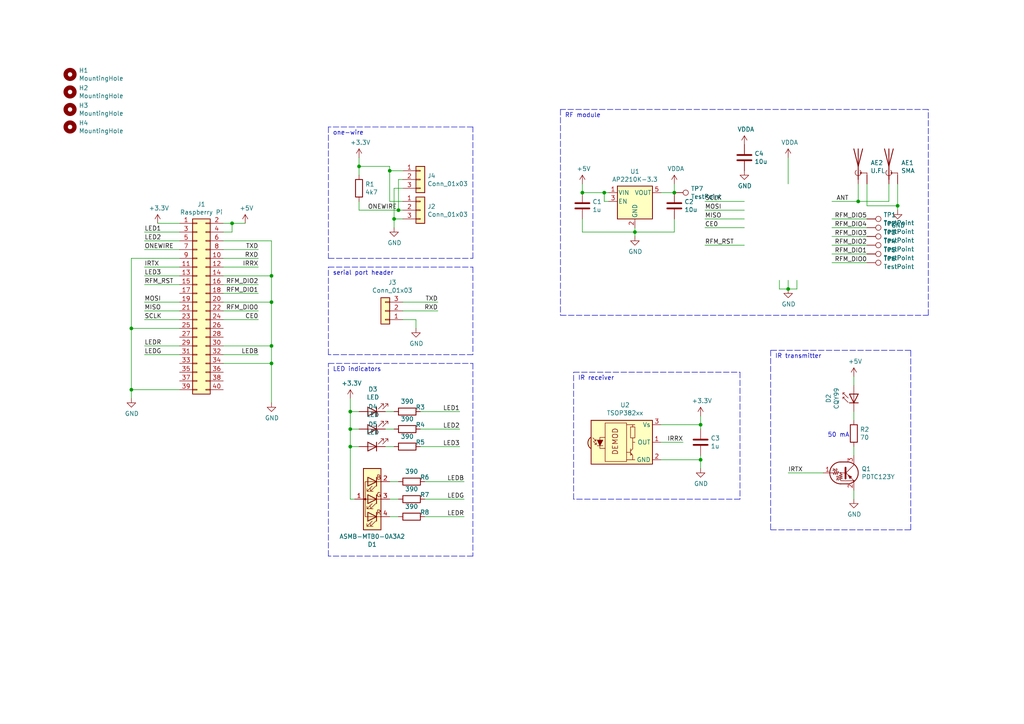
<source format=kicad_sch>
(kicad_sch (version 20211123) (generator eeschema)
  (paper "A4")
  (title_block (title "RPi0 room node"))
  (lib_symbols
    (symbol "Connector:TestPoint" (pin_numbers hide) (pin_names (offset 0.762) hide)
      (property "Reference" "TP" (at 0 6.858 0))
      (property "Value" "TestPoint" (at 0 5.08 0))
      (symbol "TestPoint_0_1"
        (circle (center 0 3.302) (radius 0.762))
      )
      (symbol "TestPoint_1_1"
        (pin passive line (at 0 0 90) (length 2.54) (name "1") (number "1"))
      )
    )
    (symbol "Connector_Generic:Conn_01x03" (pin_names (offset 1.016) hide)
      (property "Reference" "J" (at 0 5.08 0))
      (property "Value" "Conn_01x03" (at 0 -5.08 0))
      (symbol "Conn_01x03_1_1"
        (rectangle (start -1.27 -2.413) (end 0 -2.667) (stroke (width 0.1524)))
        (rectangle (start -1.27 0.127) (end 0 -0.127) (stroke (width 0.1524)))
        (rectangle (start -1.27 2.667) (end 0 2.413) (stroke (width 0.1524)))
        (rectangle (start -1.27 3.81) (end 1.27 -3.81) (stroke (width 0.254)) (fill (type background)))
        (pin passive line (at -5.08 2.54 0) (length 3.81) (name "Pin_1") (number "1"))
        (pin passive line (at -5.08 0 0) (length 3.81) (name "Pin_2") (number "2"))
        (pin passive line (at -5.08 -2.54 0) (length 3.81) (name "Pin_3") (number "3"))
      )
    )
    (symbol "Connector_Generic:Conn_02x20_Odd_Even" (pin_names (offset 1.016) hide)
      (property "Reference" "J" (at 1.27 25.4 0))
      (property "Value" "Conn_02x20_Odd_Even" (at 1.27 -27.94 0))
      (symbol "Conn_02x20_Odd_Even_1_1"
        (rectangle (start -1.27 -25.273) (end 0 -25.527) (stroke (width 0.1524)))
        (rectangle (start -1.27 -22.733) (end 0 -22.987) (stroke (width 0.1524)))
        (rectangle (start -1.27 -20.193) (end 0 -20.447) (stroke (width 0.1524)))
        (rectangle (start -1.27 -17.653) (end 0 -17.907) (stroke (width 0.1524)))
        (rectangle (start -1.27 -15.113) (end 0 -15.367) (stroke (width 0.1524)))
        (rectangle (start -1.27 -12.573) (end 0 -12.827) (stroke (width 0.1524)))
        (rectangle (start -1.27 -10.033) (end 0 -10.287) (stroke (width 0.1524)))
        (rectangle (start -1.27 -7.493) (end 0 -7.747) (stroke (width 0.1524)))
        (rectangle (start -1.27 -4.953) (end 0 -5.207) (stroke (width 0.1524)))
        (rectangle (start -1.27 -2.413) (end 0 -2.667) (stroke (width 0.1524)))
        (rectangle (start -1.27 0.127) (end 0 -0.127) (stroke (width 0.1524)))
        (rectangle (start -1.27 2.667) (end 0 2.413) (stroke (width 0.1524)))
        (rectangle (start -1.27 5.207) (end 0 4.953) (stroke (width 0.1524)))
        (rectangle (start -1.27 7.747) (end 0 7.493) (stroke (width 0.1524)))
        (rectangle (start -1.27 10.287) (end 0 10.033) (stroke (width 0.1524)))
        (rectangle (start -1.27 12.827) (end 0 12.573) (stroke (width 0.1524)))
        (rectangle (start -1.27 15.367) (end 0 15.113) (stroke (width 0.1524)))
        (rectangle (start -1.27 17.907) (end 0 17.653) (stroke (width 0.1524)))
        (rectangle (start -1.27 20.447) (end 0 20.193) (stroke (width 0.1524)))
        (rectangle (start -1.27 22.987) (end 0 22.733) (stroke (width 0.1524)))
        (rectangle (start -1.27 24.13) (end 3.81 -26.67) (stroke (width 0.254)) (fill (type background)))
        (rectangle (start 3.81 -25.273) (end 2.54 -25.527) (stroke (width 0.1524)))
        (rectangle (start 3.81 -22.733) (end 2.54 -22.987) (stroke (width 0.1524)))
        (rectangle (start 3.81 -20.193) (end 2.54 -20.447) (stroke (width 0.1524)))
        (rectangle (start 3.81 -17.653) (end 2.54 -17.907) (stroke (width 0.1524)))
        (rectangle (start 3.81 -15.113) (end 2.54 -15.367) (stroke (width 0.1524)))
        (rectangle (start 3.81 -12.573) (end 2.54 -12.827) (stroke (width 0.1524)))
        (rectangle (start 3.81 -10.033) (end 2.54 -10.287) (stroke (width 0.1524)))
        (rectangle (start 3.81 -7.493) (end 2.54 -7.747) (stroke (width 0.1524)))
        (rectangle (start 3.81 -4.953) (end 2.54 -5.207) (stroke (width 0.1524)))
        (rectangle (start 3.81 -2.413) (end 2.54 -2.667) (stroke (width 0.1524)))
        (rectangle (start 3.81 0.127) (end 2.54 -0.127) (stroke (width 0.1524)))
        (rectangle (start 3.81 2.667) (end 2.54 2.413) (stroke (width 0.1524)))
        (rectangle (start 3.81 5.207) (end 2.54 4.953) (stroke (width 0.1524)))
        (rectangle (start 3.81 7.747) (end 2.54 7.493) (stroke (width 0.1524)))
        (rectangle (start 3.81 10.287) (end 2.54 10.033) (stroke (width 0.1524)))
        (rectangle (start 3.81 12.827) (end 2.54 12.573) (stroke (width 0.1524)))
        (rectangle (start 3.81 15.367) (end 2.54 15.113) (stroke (width 0.1524)))
        (rectangle (start 3.81 17.907) (end 2.54 17.653) (stroke (width 0.1524)))
        (rectangle (start 3.81 20.447) (end 2.54 20.193) (stroke (width 0.1524)))
        (rectangle (start 3.81 22.987) (end 2.54 22.733) (stroke (width 0.1524)))
        (pin passive line (at -5.08 22.86 0) (length 3.81) (name "Pin_1") (number "1"))
        (pin passive line (at 7.62 12.7 180) (length 3.81) (name "Pin_10") (number "10"))
        (pin passive line (at -5.08 10.16 0) (length 3.81) (name "Pin_11") (number "11"))
        (pin passive line (at 7.62 10.16 180) (length 3.81) (name "Pin_12") (number "12"))
        (pin passive line (at -5.08 7.62 0) (length 3.81) (name "Pin_13") (number "13"))
        (pin passive line (at 7.62 7.62 180) (length 3.81) (name "Pin_14") (number "14"))
        (pin passive line (at -5.08 5.08 0) (length 3.81) (name "Pin_15") (number "15"))
        (pin passive line (at 7.62 5.08 180) (length 3.81) (name "Pin_16") (number "16"))
        (pin passive line (at -5.08 2.54 0) (length 3.81) (name "Pin_17") (number "17"))
        (pin passive line (at 7.62 2.54 180) (length 3.81) (name "Pin_18") (number "18"))
        (pin passive line (at -5.08 0 0) (length 3.81) (name "Pin_19") (number "19"))
        (pin passive line (at 7.62 22.86 180) (length 3.81) (name "Pin_2") (number "2"))
        (pin passive line (at 7.62 0 180) (length 3.81) (name "Pin_20") (number "20"))
        (pin passive line (at -5.08 -2.54 0) (length 3.81) (name "Pin_21") (number "21"))
        (pin passive line (at 7.62 -2.54 180) (length 3.81) (name "Pin_22") (number "22"))
        (pin passive line (at -5.08 -5.08 0) (length 3.81) (name "Pin_23") (number "23"))
        (pin passive line (at 7.62 -5.08 180) (length 3.81) (name "Pin_24") (number "24"))
        (pin passive line (at -5.08 -7.62 0) (length 3.81) (name "Pin_25") (number "25"))
        (pin passive line (at 7.62 -7.62 180) (length 3.81) (name "Pin_26") (number "26"))
        (pin passive line (at -5.08 -10.16 0) (length 3.81) (name "Pin_27") (number "27"))
        (pin passive line (at 7.62 -10.16 180) (length 3.81) (name "Pin_28") (number "28"))
        (pin passive line (at -5.08 -12.7 0) (length 3.81) (name "Pin_29") (number "29"))
        (pin passive line (at -5.08 20.32 0) (length 3.81) (name "Pin_3") (number "3"))
        (pin passive line (at 7.62 -12.7 180) (length 3.81) (name "Pin_30") (number "30"))
        (pin passive line (at -5.08 -15.24 0) (length 3.81) (name "Pin_31") (number "31"))
        (pin passive line (at 7.62 -15.24 180) (length 3.81) (name "Pin_32") (number "32"))
        (pin passive line (at -5.08 -17.78 0) (length 3.81) (name "Pin_33") (number "33"))
        (pin passive line (at 7.62 -17.78 180) (length 3.81) (name "Pin_34") (number "34"))
        (pin passive line (at -5.08 -20.32 0) (length 3.81) (name "Pin_35") (number "35"))
        (pin passive line (at 7.62 -20.32 180) (length 3.81) (name "Pin_36") (number "36"))
        (pin passive line (at -5.08 -22.86 0) (length 3.81) (name "Pin_37") (number "37"))
        (pin passive line (at 7.62 -22.86 180) (length 3.81) (name "Pin_38") (number "38"))
        (pin passive line (at -5.08 -25.4 0) (length 3.81) (name "Pin_39") (number "39"))
        (pin passive line (at 7.62 20.32 180) (length 3.81) (name "Pin_4") (number "4"))
        (pin passive line (at 7.62 -25.4 180) (length 3.81) (name "Pin_40") (number "40"))
        (pin passive line (at -5.08 17.78 0) (length 3.81) (name "Pin_5") (number "5"))
        (pin passive line (at 7.62 17.78 180) (length 3.81) (name "Pin_6") (number "6"))
        (pin passive line (at -5.08 15.24 0) (length 3.81) (name "Pin_7") (number "7"))
        (pin passive line (at 7.62 15.24 180) (length 3.81) (name "Pin_8") (number "8"))
        (pin passive line (at -5.08 12.7 0) (length 3.81) (name "Pin_9") (number "9"))
      )
    )
    (symbol "Device:Antenna_Shield" (pin_numbers hide) (pin_names (offset 1.016) hide)
      (property "Reference" "AE" (at -1.905 4.445 0))
      (property "Value" "Antenna_Shield" (at -1.905 2.54 0))
      (symbol "Antenna_Shield_0_1"
        (arc (start -0.508 -1.143) (mid -0.8429 -2.1194) (end 0 -2.667))
        (arc (start 0 -2.667) (mid 0.7989 -2.1052) (end 0.508 -1.143))
        (polyline (pts (xy 0 -2.54) (xy 0 0)))
        (polyline (pts (xy 0 5.08) (xy 0 -3.81)) (stroke (width 0.254)))
        (polyline (pts (xy 0.762 -1.905) (xy 2.54 -1.905)))
        (polyline (pts (xy 2.54 -2.54) (xy 2.54 -1.905)))
        (polyline (pts (xy 1.27 5.08) (xy 0 0) (xy -1.27 5.08)) (stroke (width 0.254)))
        (circle (center 0.762 -1.905) (radius 0.1778) (fill (type outline)))
      )
      (symbol "Antenna_Shield_1_1"
        (pin input line (at 0 -5.08 90) (length 2.54) (name "A") (number "1"))
        (pin input line (at 2.54 -5.08 90) (length 2.54) (name "Shield") (number "2"))
      )
    )
    (symbol "Device:C" (pin_numbers hide) (pin_names (offset 0.254))
      (property "Reference" "C" (at 0.635 2.54 0))
      (property "Value" "C" (at 0.635 -2.54 0))
      (symbol "C_0_1"
        (polyline (pts (xy -2.032 -0.762) (xy 2.032 -0.762)) (stroke (width 0.508)))
        (polyline (pts (xy -2.032 0.762) (xy 2.032 0.762)) (stroke (width 0.508)))
      )
      (symbol "C_1_1"
        (pin passive line (at 0 3.81 270) (length 2.794) (name "~") (number "1"))
        (pin passive line (at 0 -3.81 90) (length 2.794) (name "~") (number "2"))
      )
    )
    (symbol "Device:LED" (pin_numbers hide) (pin_names (offset 1.016) hide)
      (property "Reference" "D" (at 0 2.54 0))
      (property "Value" "LED" (at 0 -2.54 0))
      (symbol "LED_0_1"
        (polyline (pts (xy -1.27 -1.27) (xy -1.27 1.27)) (stroke (width 0.254)))
        (polyline (pts (xy -1.27 0) (xy 1.27 0)))
        (polyline (pts (xy 1.27 -1.27) (xy 1.27 1.27) (xy -1.27 0) (xy 1.27 -1.27)) (stroke (width 0.254)))
        (polyline (pts (xy -3.048 -0.762) (xy -4.572 -2.286) (xy -3.81 -2.286) (xy -4.572 -2.286) (xy -4.572 -1.524)))
        (polyline (pts (xy -1.778 -0.762) (xy -3.302 -2.286) (xy -2.54 -2.286) (xy -3.302 -2.286) (xy -3.302 -1.524)))
      )
      (symbol "LED_1_1"
        (pin passive line (at -3.81 0 0) (length 2.54) (name "K") (number "1"))
        (pin passive line (at 3.81 0 180) (length 2.54) (name "A") (number "2"))
      )
    )
    (symbol "Device:R" (pin_numbers hide) (pin_names (offset 0))
      (property "Reference" "R" (at 2.032 0 90))
      (property "Value" "R" (at 0 0 90))
      (symbol "R_0_1"
        (rectangle (start -1.016 -2.54) (end 1.016 2.54) (stroke (width 0.254)))
      )
      (symbol "R_1_1"
        (pin passive line (at 0 3.81 270) (length 1.27) (name "~") (number "1"))
        (pin passive line (at 0 -3.81 90) (length 1.27) (name "~") (number "2"))
      )
    )
    (symbol "Interface_Optical:TSOP382xx"
      (property "Reference" "U" (at -10.16 7.62 0))
      (property "Value" "TSOP382xx" (at -10.16 -7.62 0))
      (symbol "TSOP382xx_0_0"
        (arc (start -10.287 1.397) (mid -11.0899 -0.1852) (end -10.287 -1.778) (stroke (width 0.254)) (fill (type background)))
        (polyline (pts (xy 1.905 -5.08) (xy 0.127 -5.08)))
        (polyline (pts (xy 1.905 5.08) (xy 0.127 5.08)))
        (text "DEMOD" (at -3.175 0.254 900) (effects (font (size 1.524 1.524))))
      )
      (symbol "TSOP382xx_0_1"
        (rectangle (start -6.096 5.588) (end 0.127 -5.588))
        (polyline (pts (xy -8.763 0.381) (xy -9.652 1.27)))
        (polyline (pts (xy -8.763 0.381) (xy -9.271 0.381)))
        (polyline (pts (xy -8.763 0.381) (xy -8.763 0.889)))
        (polyline (pts (xy -8.636 -0.635) (xy -9.525 0.254)))
        (polyline (pts (xy -8.636 -0.635) (xy -9.144 -0.635)))
        (polyline (pts (xy -8.636 -0.635) (xy -8.636 -0.127)))
        (polyline (pts (xy -8.382 -1.016) (xy -6.731 -1.016)))
        (polyline (pts (xy 1.27 -2.921) (xy 0.127 -2.921)))
        (polyline (pts (xy 1.27 -1.905) (xy 1.27 -3.81)))
        (polyline (pts (xy 1.397 -3.556) (xy 1.524 -3.556)))
        (polyline (pts (xy 1.651 -3.556) (xy 1.524 -3.556)))
        (polyline (pts (xy 1.651 -3.556) (xy 1.651 -3.302)))
        (polyline (pts (xy 1.905 0) (xy 1.905 1.27)))
        (polyline (pts (xy 1.905 4.445) (xy 1.905 5.08) (xy 2.54 5.08)))
        (polyline (pts (xy -8.382 0.635) (xy -6.731 0.635) (xy -7.62 -1.016) (xy -8.382 0.635)) (fill (type outline)))
        (polyline (pts (xy -6.096 1.397) (xy -7.62 1.397) (xy -7.62 -1.778) (xy -6.096 -1.778)))
        (polyline (pts (xy 1.27 -3.175) (xy 1.905 -3.81) (xy 1.905 -5.08) (xy 2.54 -5.08)))
        (polyline (pts (xy 1.27 -2.54) (xy 1.905 -1.905) (xy 1.905 0) (xy 2.54 0)))
        (rectangle (start 2.54 1.27) (end 1.27 4.445))
        (rectangle (start 7.62 6.35) (end -10.16 -6.35) (stroke (width 0.254)) (fill (type background)))
      )
      (symbol "TSOP382xx_1_1"
        (pin output line (at 10.16 0 180) (length 2.54) (name "OUT") (number "1"))
        (pin power_in line (at 10.16 -5.08 180) (length 2.54) (name "GND") (number "2"))
        (pin power_in line (at 10.16 5.08 180) (length 2.54) (name "Vs") (number "3"))
      )
    )
    (symbol "LED:ASMB-MTB0-0A3A2" (pin_names (offset 0) hide)
      (property "Reference" "D" (at 0 10.16 0))
      (property "Value" "ASMB-MTB0-0A3A2" (at 0 -10.16 0))
      (symbol "ASMB-MTB0-0A3A2_0_0"
        (text "B" (at -1.905 -6.35 0) (effects (font (size 1.27 1.27))))
        (text "G" (at -1.905 -1.27 0) (effects (font (size 1.27 1.27))))
        (text "R" (at -1.905 3.81 0) (effects (font (size 1.27 1.27))))
      )
      (symbol "ASMB-MTB0-0A3A2_0_1"
        (rectangle (start -2.54 -8.89) (end 2.54 8.89) (stroke (width 0.254)) (fill (type background)))
        (polyline (pts (xy -2.54 -5.08) (xy 1.27 -5.08)))
        (polyline (pts (xy -1.27 -3.81) (xy -1.27 -6.35)) (stroke (width 0.254)))
        (polyline (pts (xy -1.27 1.27) (xy -1.27 -1.27)) (stroke (width 0.254)))
        (polyline (pts (xy -1.27 6.35) (xy -1.27 3.81)) (stroke (width 0.254)))
        (polyline (pts (xy 1.27 5.08) (xy -2.54 5.08)))
        (polyline (pts (xy 2.54 0) (xy -2.54 0)))
        (polyline (pts (xy 1.27 -5.08) (xy 2.032 -5.08) (xy 2.032 5.08) (xy 1.27 5.08)))
        (polyline (pts (xy 1.27 -3.81) (xy 1.27 -6.35) (xy -1.27 -5.08) (xy 1.27 -3.81)) (stroke (width 0.254)))
        (polyline (pts (xy 1.27 1.27) (xy 1.27 -1.27) (xy -1.27 0) (xy 1.27 1.27)) (stroke (width 0.254)))
        (polyline (pts (xy 1.27 6.35) (xy 1.27 3.81) (xy -1.27 5.08) (xy 1.27 6.35)) (stroke (width 0.254)))
        (polyline (pts (xy -1.016 -3.81) (xy 0.508 -2.286) (xy -0.254 -2.286) (xy 0.508 -2.286) (xy 0.508 -3.048)))
        (polyline (pts (xy -1.016 1.27) (xy 0.508 2.794) (xy -0.254 2.794) (xy 0.508 2.794) (xy 0.508 2.032)))
        (polyline (pts (xy -1.016 6.35) (xy 0.508 7.874) (xy -0.254 7.874) (xy 0.508 7.874) (xy 0.508 7.112)))
        (polyline (pts (xy 0 -3.81) (xy 1.524 -2.286) (xy 0.762 -2.286) (xy 1.524 -2.286) (xy 1.524 -3.048)))
        (polyline (pts (xy 0 1.27) (xy 1.524 2.794) (xy 0.762 2.794) (xy 1.524 2.794) (xy 1.524 2.032)))
        (polyline (pts (xy 0 6.35) (xy 1.524 7.874) (xy 0.762 7.874) (xy 1.524 7.874) (xy 1.524 7.112)))
        (rectangle (start 1.27 6.35) (end 1.27 6.35))
        (circle (center 2.032 0) (radius 0.254) (fill (type outline)))
      )
      (symbol "ASMB-MTB0-0A3A2_1_1"
        (pin passive line (at 5.08 0 180) (length 2.54) (name "A") (number "1"))
        (pin passive line (at -5.08 -5.08 0) (length 2.54) (name "BK") (number "2"))
        (pin passive line (at -5.08 0 0) (length 2.54) (name "GK") (number "3"))
        (pin passive line (at -5.08 5.08 0) (length 2.54) (name "RK") (number "4"))
      )
    )
    (symbol "LED:CQY99" (pin_numbers hide) (pin_names (offset 1.016) hide)
      (property "Reference" "D" (at 0.508 1.778 0))
      (property "Value" "CQY99" (at -1.016 -2.794 0))
      (symbol "CQY99_0_1"
        (polyline (pts (xy -2.54 1.27) (xy -2.54 -1.27)) (stroke (width 0.254)))
        (polyline (pts (xy 0 0) (xy -2.54 0)))
        (polyline (pts (xy 0.381 3.175) (xy -0.127 3.175)))
        (polyline (pts (xy -1.143 1.651) (xy 0.381 3.175) (xy 0.381 2.667)))
        (polyline (pts (xy 0 -1.27) (xy -2.54 0) (xy 0 1.27) (xy 0 -1.27)) (stroke (width 0.254)))
        (polyline (pts (xy -2.413 1.651) (xy -0.889 3.175) (xy -0.889 2.667) (xy -0.889 3.175) (xy -1.397 3.175)))
      )
      (symbol "CQY99_1_1"
        (pin passive line (at -5.08 0 0) (length 2.54) (name "K") (number "1"))
        (pin passive line (at 2.54 0 180) (length 2.54) (name "A") (number "2"))
      )
    )
    (symbol "Mechanical:MountingHole" (pin_names (offset 1.016))
      (property "Reference" "H" (at 0 5.08 0))
      (property "Value" "MountingHole" (at 0 3.175 0))
      (symbol "MountingHole_0_1"
        (circle (center 0 0) (radius 1.27) (stroke (width 1.27)))
      )
    )
    (symbol "Regulator_Linear:AP2204K-3.3" (pin_names (offset 0.254))
      (property "Reference" "U" (at -5.08 5.715 0))
      (property "Value" "AP2204K-3.3" (at 0 5.715 0))
      (symbol "AP2204K-3.3_0_1"
        (rectangle (start -5.08 4.445) (end 5.08 -5.08) (stroke (width 0.254)) (fill (type background)))
      )
      (symbol "AP2204K-3.3_1_1"
        (pin power_in line (at -7.62 2.54 0) (length 2.54) (name "VIN") (number "1"))
        (pin power_in line (at 0 -7.62 90) (length 2.54) (name "GND") (number "2"))
        (pin input line (at -7.62 0 0) (length 2.54) (name "EN") (number "3"))
        (pin no_connect line (at 5.08 0 180) (length 2.54) hide (name "NC") (number "4"))
        (pin power_out line (at 7.62 2.54 180) (length 2.54) (name "VOUT") (number "5"))
      )
    )
    (symbol "Transistor_BJT:DTA123E" (pin_names (offset 0) hide)
      (property "Reference" "Q" (at 5.08 1.905 0))
      (property "Value" "DTA123E" (at 5.08 0 0))
      (symbol "DTA123E_0_0"
        (text "2k2" (at -2.921 0.889 0) (effects (font (size 0.508 0.508))))
        (text "2k2" (at -2.159 -1.524 900) (effects (font (size 0.508 0.508))))
      )
      (symbol "DTA123E_0_1"
        (circle (center -1.27 0) (radius 0.127))
        (arc (start -1.27 3.175) (mid -4.445 0) (end -1.27 -3.175) (stroke (width 0.254)))
        (polyline (pts (xy -3.429 0) (xy -3.81 0)))
        (polyline (pts (xy -1.27 -3.175) (xy 0.635 -3.175)) (stroke (width 0.254)))
        (polyline (pts (xy -1.27 3.175) (xy 0.635 3.175)) (stroke (width 0.254)))
        (polyline (pts (xy 0 -0.254) (xy 2.54 2.286)))
        (polyline (pts (xy 0.127 1.524) (xy 0.127 -1.651)) (stroke (width 0.508)) (fill (type outline)))
        (polyline (pts (xy 2.54 2.286) (xy 2.54 2.54)))
        (polyline (pts (xy 2.54 -2.286) (xy 0 0.254) (xy 0 0.254)))
        (polyline (pts (xy 1.397 -1.651) (xy 1.905 -1.143) (xy 0.889 -0.635) (xy 1.397 -1.651)) (fill (type outline)))
        (polyline (pts (xy 0 0) (xy -1.905 0) (xy -2.032 0.508) (xy -2.286 -0.508) (xy -2.54 0.508) (xy -2.794 -0.508) (xy -3.048 0.508) (xy -3.302 -0.508) (xy -3.429 0)))
        (polyline (pts (xy -1.27 0) (xy -1.27 -0.381) (xy -0.762 -0.508) (xy -1.778 -0.762) (xy -0.762 -1.016) (xy -1.778 -1.27) (xy -0.762 -1.524) (xy -1.778 -1.778) (xy -1.27 -1.905) (xy -1.27 -2.286) (xy 2.54 -2.286)))
        (arc (start 0.635 -3.175) (mid 3.81 0) (end 0.635 3.175) (stroke (width 0.254)))
        (circle (center 2.54 -2.286) (radius 0.127))
      )
      (symbol "DTA123E_1_1"
        (pin input line (at -6.35 0 0) (length 2.54) (name "B") (number "1"))
        (pin passive line (at 2.54 -5.08 90) (length 2.54) (name "E") (number "2"))
        (pin passive line (at 2.54 5.08 270) (length 2.54) (name "C") (number "3"))
      )
    )
    (symbol "power:+3.3V" (power) (pin_names (offset 0))
      (property "Value" "+3.3V" (at 0 3.556 0))
      (symbol "+3.3V_0_1"
        (polyline (pts (xy -0.762 1.27) (xy 0 2.54)))
        (polyline (pts (xy 0 0) (xy 0 2.54)))
        (polyline (pts (xy 0 2.54) (xy 0.762 1.27)))
      )
      (symbol "+3.3V_1_1"
        (pin power_in line (at 0 0 90) (length 0) hide (name "+3.3V") (number "1"))
      )
    )
    (symbol "power:+5V" (power) (pin_names (offset 0))
      (property "Value" "+5V" (at 0 3.556 0))
      (symbol "+5V_0_1"
        (polyline (pts (xy -0.762 1.27) (xy 0 2.54)))
        (polyline (pts (xy 0 0) (xy 0 2.54)))
        (polyline (pts (xy 0 2.54) (xy 0.762 1.27)))
      )
      (symbol "+5V_1_1"
        (pin power_in line (at 0 0 90) (length 0) hide (name "+5V") (number "1"))
      )
    )
    (symbol "power:GND" (power) (pin_names (offset 0))
      (property "Value" "GND" (at 0 -3.81 0))
      (symbol "GND_0_1"
        (polyline (pts (xy 0 0) (xy 0 -1.27) (xy 1.27 -1.27) (xy 0 -2.54) (xy -1.27 -1.27) (xy 0 -1.27)))
      )
      (symbol "GND_1_1"
        (pin power_in line (at 0 0 270) (length 0) hide (name "GND") (number "1"))
      )
    )
    (symbol "power:VDDA" (power) (pin_names (offset 0))
      (property "Value" "VDDA" (at 0 3.81 0))
      (symbol "VDDA_0_1"
        (polyline (pts (xy -0.762 1.27) (xy 0 2.54)))
        (polyline (pts (xy 0 0) (xy 0 2.54)))
        (polyline (pts (xy 0 2.54) (xy 0.762 1.27)))
      )
      (symbol "VDDA_1_1"
        (pin power_in line (at 0 0 90) (length 0) hide (name "VDDA") (number "1"))
      )
    )
  )
  (junction (at 78.74 100.33))
  (junction (at 101.6 119.38))
  (junction (at 38.1 95.25))
  (junction (at 78.74 87.63))
  (junction (at 175.26 55.88))
  (junction (at 184.15 67.31))
  (junction (at 260.35 59.69))
  (junction (at 38.1 113.03))
  (junction (at 101.6 124.46))
  (junction (at 115.57 60.96))
  (junction (at 114.3 63.5))
  (junction (at 228.6 83.82))
  (junction (at 195.58 55.88))
  (junction (at 248.92 58.42))
  (junction (at 67.31 64.77))
  (junction (at 104.14 48.26))
  (junction (at 203.2 123.19))
  (junction (at 78.74 80.01))
  (junction (at 113.03 49.53))
  (junction (at 78.74 105.41))
  (junction (at 203.2 133.35))
  (junction (at 101.6 129.54))
  (junction (at 168.91 55.88))
  (wire (pts (xy 104.14 48.26) (xy 104.14 45.72)))
  (polyline (pts (xy 137.16 105.41) (xy 137.16 161.29)))
  (wire (pts (xy 184.15 67.31) (xy 168.91 67.31)))
  (polyline (pts (xy 264.16 153.67) (xy 264.16 101.6)))
  (wire (pts (xy 52.07 67.31) (xy 41.91 67.31)))
  (polyline (pts (xy 137.16 102.87) (xy 95.25 102.87)))
  (wire (pts (xy 52.07 82.55) (xy 41.91 82.55)))
  (wire (pts (xy 251.46 53.34) (xy 251.46 59.69)))
  (wire (pts (xy 115.57 60.96) (xy 104.14 60.96)))
  (wire (pts (xy 116.84 92.71) (xy 120.65 92.71)))
  (wire (pts (xy 38.1 95.25) (xy 52.07 95.25)))
  (polyline (pts (xy 137.16 74.93) (xy 137.16 36.83)))
  (polyline (pts (xy 137.16 77.47) (xy 137.16 102.87)))
  (wire (pts (xy 241.3 71.12) (xy 251.46 71.12)))
  (polyline (pts (xy 137.16 36.83) (xy 95.25 36.83)))
  (wire (pts (xy 38.1 95.25) (xy 38.1 113.03)))
  (wire (pts (xy 257.81 58.42) (xy 257.81 53.34)))
  (wire (pts (xy 64.77 92.71) (xy 74.93 92.71)))
  (wire (pts (xy 116.84 63.5) (xy 114.3 63.5)))
  (wire (pts (xy 101.6 124.46) (xy 101.6 129.54)))
  (wire (pts (xy 204.47 60.96) (xy 215.9 60.96)))
  (wire (pts (xy 64.77 69.85) (xy 78.74 69.85)))
  (wire (pts (xy 114.3 63.5) (xy 114.3 66.04)))
  (wire (pts (xy 248.92 58.42) (xy 248.92 53.34)))
  (wire (pts (xy 175.26 58.42) (xy 175.26 55.88)))
  (wire (pts (xy 52.07 102.87) (xy 41.91 102.87)))
  (wire (pts (xy 184.15 66.04) (xy 184.15 67.31)))
  (polyline (pts (xy 269.24 31.75) (xy 162.56 31.75)))
  (wire (pts (xy 191.77 123.19) (xy 203.2 123.19)))
  (wire (pts (xy 184.15 67.31) (xy 184.15 68.58)))
  (wire (pts (xy 123.19 144.78) (xy 134.62 144.78)))
  (wire (pts (xy 114.3 54.61) (xy 114.3 63.5)))
  (wire (pts (xy 67.31 67.31) (xy 67.31 64.77)))
  (wire (pts (xy 260.35 53.34) (xy 260.35 59.69)))
  (wire (pts (xy 64.77 100.33) (xy 78.74 100.33)))
  (polyline (pts (xy 162.56 91.44) (xy 269.24 91.44)))
  (wire (pts (xy 247.65 129.54) (xy 247.65 132.08)))
  (wire (pts (xy 114.3 119.38) (xy 111.76 119.38)))
  (wire (pts (xy 120.65 92.71) (xy 120.65 95.25)))
  (wire (pts (xy 38.1 113.03) (xy 52.07 113.03)))
  (polyline (pts (xy 223.52 101.6) (xy 223.52 153.67)))
  (polyline (pts (xy 166.37 107.95) (xy 214.63 107.95)))
  (wire (pts (xy 52.07 69.85) (xy 41.91 69.85)))
  (wire (pts (xy 113.03 58.42) (xy 113.03 49.53)))
  (polyline (pts (xy 214.63 144.78) (xy 166.37 144.78)))
  (polyline (pts (xy 95.25 105.41) (xy 137.16 105.41)))
  (wire (pts (xy 64.77 74.93) (xy 74.93 74.93)))
  (wire (pts (xy 228.6 81.28) (xy 228.6 83.82)))
  (wire (pts (xy 191.77 128.27) (xy 198.12 128.27)))
  (wire (pts (xy 191.77 55.88) (xy 195.58 55.88)))
  (wire (pts (xy 195.58 63.5) (xy 195.58 67.31)))
  (wire (pts (xy 113.03 149.86) (xy 115.57 149.86)))
  (wire (pts (xy 116.84 58.42) (xy 113.03 58.42)))
  (wire (pts (xy 168.91 55.88) (xy 168.91 53.34)))
  (wire (pts (xy 64.77 90.17) (xy 74.93 90.17)))
  (wire (pts (xy 226.06 81.28) (xy 226.06 83.82)))
  (wire (pts (xy 115.57 139.7) (xy 113.03 139.7)))
  (wire (pts (xy 241.3 66.04) (xy 251.46 66.04)))
  (wire (pts (xy 247.65 119.38) (xy 247.65 121.92)))
  (polyline (pts (xy 95.25 36.83) (xy 95.25 74.93)))
  (wire (pts (xy 123.19 139.7) (xy 134.62 139.7)))
  (wire (pts (xy 191.77 133.35) (xy 203.2 133.35)))
  (wire (pts (xy 241.3 68.58) (xy 251.46 68.58)))
  (wire (pts (xy 241.3 76.2) (xy 251.46 76.2)))
  (wire (pts (xy 38.1 113.03) (xy 38.1 115.57)))
  (wire (pts (xy 104.14 48.26) (xy 104.14 50.8)))
  (wire (pts (xy 116.84 60.96) (xy 115.57 60.96)))
  (wire (pts (xy 175.26 55.88) (xy 168.91 55.88)))
  (wire (pts (xy 64.77 67.31) (xy 67.31 67.31)))
  (polyline (pts (xy 95.25 74.93) (xy 137.16 74.93)))
  (wire (pts (xy 238.76 137.16) (xy 228.6 137.16)))
  (wire (pts (xy 203.2 123.19) (xy 203.2 120.65)))
  (wire (pts (xy 228.6 83.82) (xy 231.14 83.82)))
  (wire (pts (xy 52.07 87.63) (xy 41.91 87.63)))
  (polyline (pts (xy 95.25 102.87) (xy 95.25 77.47)))
  (wire (pts (xy 64.77 105.41) (xy 78.74 105.41)))
  (wire (pts (xy 38.1 74.93) (xy 38.1 95.25)))
  (wire (pts (xy 101.6 119.38) (xy 104.14 119.38)))
  (wire (pts (xy 115.57 60.96) (xy 115.57 52.07)))
  (wire (pts (xy 241.3 63.5) (xy 251.46 63.5)))
  (wire (pts (xy 113.03 144.78) (xy 115.57 144.78)))
  (wire (pts (xy 241.3 73.66) (xy 251.46 73.66)))
  (wire (pts (xy 52.07 72.39) (xy 41.91 72.39)))
  (wire (pts (xy 168.91 67.31) (xy 168.91 63.5)))
  (wire (pts (xy 78.74 69.85) (xy 78.74 80.01)))
  (polyline (pts (xy 137.16 161.29) (xy 95.25 161.29)))
  (polyline (pts (xy 223.52 153.67) (xy 264.16 153.67)))
  (wire (pts (xy 203.2 133.35) (xy 203.2 135.89)))
  (wire (pts (xy 101.6 115.57) (xy 101.6 119.38)))
  (wire (pts (xy 116.84 49.53) (xy 113.03 49.53)))
  (wire (pts (xy 45.72 64.77) (xy 52.07 64.77)))
  (wire (pts (xy 52.07 100.33) (xy 41.91 100.33)))
  (wire (pts (xy 121.92 129.54) (xy 133.35 129.54)))
  (wire (pts (xy 64.77 102.87) (xy 74.93 102.87)))
  (wire (pts (xy 78.74 80.01) (xy 78.74 87.63)))
  (wire (pts (xy 113.03 49.53) (xy 113.03 48.26)))
  (wire (pts (xy 111.76 129.54) (xy 114.3 129.54)))
  (polyline (pts (xy 95.25 77.47) (xy 137.16 77.47)))
  (wire (pts (xy 260.35 59.69) (xy 260.35 60.96)))
  (wire (pts (xy 67.31 64.77) (xy 64.77 64.77)))
  (wire (pts (xy 247.65 142.24) (xy 247.65 144.78)))
  (wire (pts (xy 64.77 77.47) (xy 74.93 77.47)))
  (wire (pts (xy 204.47 63.5) (xy 215.9 63.5)))
  (wire (pts (xy 247.65 109.22) (xy 247.65 111.76)))
  (wire (pts (xy 52.07 77.47) (xy 41.91 77.47)))
  (wire (pts (xy 78.74 87.63) (xy 78.74 100.33)))
  (wire (pts (xy 260.35 59.69) (xy 251.46 59.69)))
  (wire (pts (xy 176.53 58.42) (xy 175.26 58.42)))
  (wire (pts (xy 101.6 124.46) (xy 104.14 124.46)))
  (wire (pts (xy 52.07 90.17) (xy 41.91 90.17)))
  (polyline (pts (xy 214.63 107.95) (xy 214.63 144.78)))
  (wire (pts (xy 116.84 87.63) (xy 127 87.63)))
  (wire (pts (xy 231.14 83.82) (xy 231.14 81.28)))
  (wire (pts (xy 228.6 45.72) (xy 228.6 53.34)))
  (polyline (pts (xy 95.25 161.29) (xy 95.25 105.41)))
  (wire (pts (xy 101.6 129.54) (xy 104.14 129.54)))
  (wire (pts (xy 78.74 105.41) (xy 78.74 100.33)))
  (wire (pts (xy 195.58 53.34) (xy 195.58 55.88)))
  (wire (pts (xy 195.58 67.31) (xy 184.15 67.31)))
  (wire (pts (xy 203.2 133.35) (xy 203.2 132.08)))
  (wire (pts (xy 204.47 58.42) (xy 215.9 58.42)))
  (wire (pts (xy 38.1 74.93) (xy 52.07 74.93)))
  (wire (pts (xy 64.77 80.01) (xy 78.74 80.01)))
  (wire (pts (xy 123.19 149.86) (xy 134.62 149.86)))
  (polyline (pts (xy 269.24 91.44) (xy 269.24 31.75)))
  (wire (pts (xy 116.84 90.17) (xy 127 90.17)))
  (wire (pts (xy 111.76 124.46) (xy 114.3 124.46)))
  (wire (pts (xy 104.14 58.42) (xy 104.14 60.96)))
  (polyline (pts (xy 166.37 144.78) (xy 166.37 107.95)))
  (wire (pts (xy 241.3 58.42) (xy 248.92 58.42)))
  (wire (pts (xy 64.77 72.39) (xy 74.93 72.39)))
  (polyline (pts (xy 162.56 31.75) (xy 162.56 91.44)))
  (wire (pts (xy 101.6 129.54) (xy 101.6 144.78)))
  (wire (pts (xy 74.93 82.55) (xy 64.77 82.55)))
  (wire (pts (xy 64.77 87.63) (xy 78.74 87.63)))
  (wire (pts (xy 215.9 71.12) (xy 204.47 71.12)))
  (wire (pts (xy 101.6 144.78) (xy 102.87 144.78)))
  (wire (pts (xy 116.84 54.61) (xy 114.3 54.61)))
  (wire (pts (xy 67.31 64.77) (xy 71.12 64.77)))
  (wire (pts (xy 78.74 105.41) (xy 78.74 116.84)))
  (wire (pts (xy 113.03 48.26) (xy 104.14 48.26)))
  (wire (pts (xy 64.77 85.09) (xy 74.93 85.09)))
  (wire (pts (xy 176.53 55.88) (xy 175.26 55.88)))
  (wire (pts (xy 203.2 123.19) (xy 203.2 124.46)))
  (wire (pts (xy 204.47 66.04) (xy 215.9 66.04)))
  (wire (pts (xy 121.92 124.46) (xy 133.35 124.46)))
  (wire (pts (xy 101.6 119.38) (xy 101.6 124.46)))
  (wire (pts (xy 121.92 119.38) (xy 133.35 119.38)))
  (wire (pts (xy 248.92 58.42) (xy 257.81 58.42)))
  (wire (pts (xy 52.07 80.01) (xy 41.91 80.01)))
  (wire (pts (xy 52.07 92.71) (xy 41.91 92.71)))
  (wire (pts (xy 226.06 83.82) (xy 228.6 83.82)))
  (wire (pts (xy 115.57 52.07) (xy 116.84 52.07)))
  (polyline (pts (xy 264.16 101.6) (xy 223.52 101.6)))
  (text "IR transmitter" (at 224.79 104.14 0) (effects (font (size 1.27 1.27)) (justify left bottom)))
  (text "IR receiver" (at 167.64 110.49 0) (effects (font (size 1.27 1.27)) (justify left bottom)))
  (text "50 mA" (at 240.03 127 0) (effects (font (size 1.27 1.27)) (justify left bottom)))
  (text "RF module" (at 163.83 34.29 0) (effects (font (size 1.27 1.27)) (justify left bottom)))
  (text "serial port header" (at 96.52 80.01 0) (effects (font (size 1.27 1.27)) (justify left bottom)))
  (text "one-wire" (at 96.52 39.37 0) (effects (font (size 1.27 1.27)) (justify left bottom)))
  (text "LED indicators" (at 96.52 107.95 0) (effects (font (size 1.27 1.27)) (justify left bottom)))
  (label "RXD" (at 127 90.17 180))
  (label "CE0" (at 204.47 66.04 0))
  (label "LEDB" (at 134.62 139.7 180))
  (label "IRTX" (at 228.6 137.16 0))
  (label "ONEWIRE" (at 41.91 72.39 0))
  (label "RFM_RST" (at 204.47 71.12 0))
  (label "MOSI" (at 204.47 60.96 0))
  (label "RFM_DIO4" (at 251.46 66.04 180))
  (label "MOSI" (at 41.91 87.63 0))
  (label "RFM_RST" (at 41.91 82.55 0))
  (label "IRTX" (at 41.91 77.47 0))
  (label "RFM_DIO1" (at 251.46 73.66 180))
  (label "ONEWIRE" (at 106.68 60.96 0))
  (label "IRRX" (at 198.12 128.27 180))
  (label "MISO" (at 204.47 63.5 0))
  (label "LEDG" (at 41.91 102.87 0))
  (label "TXD" (at 127 87.63 180))
  (label "SCLK" (at 204.47 58.42 0))
  (label "CE0" (at 74.93 92.71 180))
  (label "IRRX" (at 74.93 77.47 180))
  (label "LEDR" (at 41.91 100.33 0))
  (label "LED2" (at 133.35 124.46 180))
  (label "SCLK" (at 41.91 92.71 0))
  (label "RFM_DIO5" (at 251.46 63.5 180))
  (label "LED2" (at 41.91 69.85 0))
  (label "LED3" (at 41.91 80.01 0))
  (label "ANT" (at 242.57 58.42 0))
  (label "LED1" (at 41.91 67.31 0))
  (label "RFM_DIO2" (at 251.46 71.12 180))
  (label "TXD" (at 74.93 72.39 180))
  (label "RFM_DIO0" (at 74.93 90.17 180))
  (label "MISO" (at 41.91 90.17 0))
  (label "RFM_DIO3" (at 251.46 68.58 180))
  (label "RFM_DIO2" (at 74.93 82.55 180))
  (label "RXD" (at 74.93 74.93 180))
  (label "LEDR" (at 134.62 149.86 180))
  (label "RFM_DIO1" (at 74.93 85.09 180))
  (label "LEDB" (at 74.93 102.87 180))
  (label "LEDG" (at 134.62 144.78 180))
  (label "LED3" (at 133.35 129.54 180))
  (label "LED1" (at 133.35 119.38 180))
  (label "RFM_DIO0" (at 251.46 76.2 180))
  (symbol (lib_id "power:GND") (at 38.1 115.57 0) (unit 1)
    (property "Reference" "#PWR01" (effects hide))
    (property "Value" "GND" (at 38.227 119.9642 0))
  )
  (symbol (lib_id "power:GND") (at 78.74 116.84 0) (unit 1)
    (property "Reference" "#PWR04" (effects hide))
    (property "Value" "GND" (at 78.867 121.2342 0))
  )
  (symbol (lib_id "power:+5V") (at 71.12 64.77 0) (unit 1)
    (property "Reference" "#PWR03" (effects hide))
    (property "Value" "+5V" (at 71.501 60.3758 0))
  )
  (symbol (lib_id "power:+3.3V") (at 45.72 64.77 0) (unit 1)
    (property "Reference" "#PWR02" (effects hide))
    (property "Value" "+3.3V" (at 46.101 60.3758 0))
  )
  (symbol (lib_id "power:GND") (at 247.65 144.78 0) (unit 1)
    (property "Reference" "#PWR016" (effects hide))
    (property "Value" "GND" (at 247.777 149.1742 0))
  )
  (symbol (lib_id "Device:R") (at 247.65 125.73 0) (unit 1)
    (property "Reference" "R2" (at 249.428 124.5616 0) (effects (justify left)))
    (property "Value" "70" (at 249.428 126.873 0) (effects (justify left)))
    (property "Footprint" "Resistor_SMD:R_0805_2012Metric_Pad1.15x1.40mm_HandSolder" (effects hide))
  )
  (symbol (lib_id "power:+5V") (at 247.65 109.22 0) (unit 1)
    (property "Reference" "#PWR015" (effects hide))
    (property "Value" "+5V" (at 248.031 104.8258 0))
  )
  (symbol (lib_id "Device:C") (at 203.2 128.27 0) (unit 1)
    (property "Reference" "C3" (at 206.121 127.1016 0) (effects (justify left)))
    (property "Value" "1u" (at 206.121 129.413 0) (effects (justify left)))
    (property "Footprint" "Capacitor_SMD:C_0805_2012Metric_Pad1.15x1.40mm_HandSolder" (effects hide))
  )
  (symbol (lib_id "Device:R") (at 104.14 54.61 0) (unit 1)
    (property "Reference" "R1" (at 105.918 53.4416 0) (effects (justify left)))
    (property "Value" "4k7" (at 105.918 55.753 0) (effects (justify left)))
    (property "Footprint" "Resistor_SMD:R_0805_2012Metric_Pad1.15x1.40mm_HandSolder" (effects hide))
  )
  (symbol (lib_id "power:+3.3V") (at 104.14 45.72 0) (unit 1)
    (property "Reference" "#PWR05" (effects hide))
    (property "Value" "+3.3V" (at 104.521 41.3258 0))
  )
  (symbol (lib_id "power:GND") (at 114.3 66.04 0) (unit 1)
    (property "Reference" "#PWR06" (effects hide))
    (property "Value" "GND" (at 114.427 70.4342 0))
  )
  (symbol (lib_id "Device:LED") (at 107.95 119.38 180) (unit 1)
    (property "Reference" "D3" (at 108.1532 112.903 0))
    (property "Value" "LED" (at 108.1532 115.2144 0))
    (property "Footprint" "LED_SMD:LED_0805_2012Metric_Castellated" (effects hide))
  )
  (symbol (lib_id "Device:LED") (at 107.95 124.46 180) (unit 1)
    (property "Reference" "D4" (at 108.1532 117.983 0))
    (property "Value" "LED" (at 108.1532 120.2944 0))
    (property "Footprint" "LED_SMD:LED_0805_2012Metric_Castellated" (effects hide))
  )
  (symbol (lib_id "Device:LED") (at 107.95 129.54 180) (unit 1)
    (property "Reference" "D5" (at 108.1532 123.063 0))
    (property "Value" "LED" (at 108.1532 125.3744 0))
    (property "Footprint" "LED_SMD:LED_0805_2012Metric_Castellated" (effects hide))
  )
  (symbol (lib_id "Device:C") (at 168.91 59.69 0) (unit 1)
    (property "Reference" "C1" (at 171.831 58.5216 0) (effects (justify left)))
    (property "Value" "1u" (at 171.831 60.833 0) (effects (justify left)))
    (property "Footprint" "Capacitor_SMD:C_0805_2012Metric_Pad1.15x1.40mm_HandSolder" (effects hide))
  )
  (symbol (lib_id "Device:C") (at 195.58 59.69 0) (unit 1)
    (property "Reference" "C2" (at 198.501 58.5216 0) (effects (justify left)))
    (property "Value" "10u" (at 198.501 60.833 0) (effects (justify left)))
    (property "Footprint" "Capacitor_SMD:C_0805_2012Metric_Pad1.15x1.40mm_HandSolder" (effects hide))
  )
  (symbol (lib_id "Device:C") (at 215.9 45.72 0) (unit 1)
    (property "Reference" "C4" (at 218.821 44.5516 0) (effects (justify left)))
    (property "Value" "10u" (at 218.821 46.863 0) (effects (justify left)))
    (property "Footprint" "Capacitor_SMD:C_0805_2012Metric_Pad1.15x1.40mm_HandSolder" (effects hide))
  )
  (symbol (lib_id "power:GND") (at 184.15 68.58 0) (unit 1)
    (property "Reference" "#PWR07" (effects hide))
    (property "Value" "GND" (at 184.277 72.9742 0))
  )
  (symbol (lib_id "power:VDDA") (at 195.58 53.34 0) (unit 1)
    (property "Reference" "#PWR08" (effects hide))
    (property "Value" "VDDA" (at 196.0118 48.9458 0))
  )
  (symbol (lib_id "power:VDDA") (at 228.6 45.72 0) (unit 1)
    (property "Reference" "#PWR013" (effects hide))
    (property "Value" "VDDA" (at 229.0318 41.3258 0))
  )
  (symbol (lib_id "power:VDDA") (at 215.9 41.91 0) (unit 1)
    (property "Reference" "#PWR011" (effects hide))
    (property "Value" "VDDA" (at 216.3318 37.5158 0))
  )
  (symbol (lib_id "power:GND") (at 215.9 49.53 0) (unit 1)
    (property "Reference" "#PWR012" (effects hide))
    (property "Value" "GND" (at 216.027 53.9242 0))
  )
  (symbol (lib_id "power:GND") (at 228.6 83.82 0) (unit 1)
    (property "Reference" "#PWR014" (effects hide))
    (property "Value" "GND" (at 228.727 88.2142 0))
  )
  (symbol (lib_id "Connector_Generic:Conn_02x20_Odd_Even") (at 57.15 87.63 0) (unit 1)
    (property "Reference" "J1" (at 58.42 59.2582 0))
    (property "Value" "Raspberry Pi" (at 58.42 61.5696 0))
    (property "Footprint" "Connector_PinHeader_2.54mm:PinHeader_2x20_P2.54mm_Vertical" (effects hide))
  )
  (symbol (lib_id "RF_AM_FM:RFM69HCW") (at 228.6 66.04 0) (unit 1)
    (property "Reference" "U3" (at 228.6 48.8188 0))
    (property "Value" "RFM69HCW" (at 228.6 51.1302 0))
    (property "Footprint" "RF_Module:HOPERF_RFM69HW" (effects hide))
    (property "Datasheet" "http://www.hoperf.com/upload/rf/RFM69HCW-V1.1.pdf" (effects hide))
  )
  (symbol (lib_id "Regulator_Linear:AP2204K-3.3") (at 184.15 58.42 0) (unit 1)
    (property "Reference" "U1" (at 184.15 49.7332 0))
    (property "Value" "AP2210K-3.3" (at 184.15 52.0446 0))
    (property "Footprint" "Package_TO_SOT_SMD:SOT-23-5" (effects hide))
    (property "Datasheet" "https://www.diodes.com/assets/Datasheets/AP2204.pdf" (effects hide))
  )
  (symbol (lib_id "LED:CQY99") (at 247.65 114.3 90) (unit 1)
    (property "Reference" "D2" (at 240.284 115.57 0))
    (property "Value" "CQY99" (at 242.5954 115.57 0))
    (property "Footprint" "LED_THT:LED_D5.0mm_IRGrey" (effects hide))
    (property "Datasheet" "https://www.prtice.info/IMG/pdf/CQY99.pdf" (effects hide))
  )
  (symbol (lib_id "LED:ASMB-MTB0-0A3A2") (at 107.95 144.78 180) (unit 1)
    (property "Reference" "D1" (at 107.95 157.9118 0))
    (property "Value" "ASMB-MTB0-0A3A2" (at 107.95 155.6004 0))
    (property "Footprint" "LED_SMD:LED_Avago_PLCC4_3.2x2.8mm_CW" (effects hide))
    (property "Datasheet" "https://docs.broadcom.com/docs/AV02-4186EN" (effects hide))
  )
  (symbol (lib_id "Connector_Generic:Conn_01x03") (at 121.92 60.96 0) (unit 1)
    (property "Reference" "J2" (at 123.952 59.8932 0) (effects (justify left)))
    (property "Value" "Conn_01x03" (at 123.952 62.2046 0) (effects (justify left)))
    (property "Footprint" "Connector_PinHeader_2.54mm:PinHeader_1x03_P2.54mm_Vertical" (effects hide))
  )
  (symbol (lib_id "Transistor_BJT:DTA123E") (at 245.11 137.16 0) (unit 1)
    (property "Reference" "Q1" (at 249.8598 135.9916 0) (effects (justify left)))
    (property "Value" "PDTC123Y" (at 249.8598 138.303 0) (effects (justify left)))
    (property "Footprint" "Package_TO_SOT_SMD:SC-59_Handsoldering" (effects hide))
  )
  (symbol (lib_id "Interface_Optical:TSOP382xx") (at 181.61 128.27 0) (unit 1)
    (property "Reference" "U2" (at 181.2798 117.475 0))
    (property "Value" "TSOP382xx" (at 181.2798 119.7864 0))
    (property "Footprint" "OptoDevice:Vishay_MINICAST-3Pin" (effects hide))
    (property "Datasheet" "http://www.vishay.com/docs/82491/tsop382.pdf" (effects hide))
  )
  (symbol (lib_id "power:+3.3V") (at 203.2 120.65 0) (unit 1)
    (property "Reference" "#PWR09" (effects hide))
    (property "Value" "+3.3V" (at 203.581 116.2558 0))
  )
  (symbol (lib_id "power:GND") (at 203.2 135.89 0) (unit 1)
    (property "Reference" "#PWR010" (effects hide))
    (property "Value" "GND" (at 203.327 140.2842 0))
  )
  (symbol (lib_id "Mechanical:MountingHole") (at 20.32 21.59 0) (unit 1)
    (property "Reference" "H1" (at 22.86 20.4216 0) (effects (justify left)))
    (property "Value" "MountingHole" (at 22.86 22.733 0) (effects (justify left)))
    (property "Footprint" "holes:hole_2.75" (effects hide))
  )
  (symbol (lib_id "Mechanical:MountingHole") (at 20.32 26.67 0) (unit 1)
    (property "Reference" "H2" (at 22.86 25.5016 0) (effects (justify left)))
    (property "Value" "MountingHole" (at 22.86 27.813 0) (effects (justify left)))
    (property "Footprint" "holes:hole_2.75" (effects hide))
  )
  (symbol (lib_id "Mechanical:MountingHole") (at 20.32 31.75 0) (unit 1)
    (property "Reference" "H3" (at 22.86 30.5816 0) (effects (justify left)))
    (property "Value" "MountingHole" (at 22.86 32.893 0) (effects (justify left)))
    (property "Footprint" "holes:hole_2.75" (effects hide))
  )
  (symbol (lib_id "Mechanical:MountingHole") (at 20.32 36.83 0) (unit 1)
    (property "Reference" "H4" (at 22.86 35.6616 0) (effects (justify left)))
    (property "Value" "MountingHole" (at 22.86 37.973 0) (effects (justify left)))
    (property "Footprint" "holes:hole_2.75" (effects hide))
  )
  (symbol (lib_id "Device:R") (at 118.11 119.38 270) (unit 1)
    (property "Reference" "R3" (at 121.92 118.11 90))
    (property "Value" "390" (at 118.11 116.4336 90))
    (property "Footprint" "Resistor_SMD:R_0805_2012Metric_Pad1.15x1.40mm_HandSolder" (effects hide))
  )
  (symbol (lib_id "Device:R") (at 118.11 124.46 270) (unit 1)
    (property "Reference" "R4" (at 121.92 123.19 90))
    (property "Value" "390" (at 118.11 121.5136 90))
    (property "Footprint" "Resistor_SMD:R_0805_2012Metric_Pad1.15x1.40mm_HandSolder" (effects hide))
  )
  (symbol (lib_id "Device:R") (at 118.11 129.54 270) (unit 1)
    (property "Reference" "R5" (at 121.92 128.27 90))
    (property "Value" "390" (at 118.11 126.5936 90))
    (property "Footprint" "Resistor_SMD:R_0805_2012Metric_Pad1.15x1.40mm_HandSolder" (effects hide))
  )
  (symbol (lib_id "power:+3.3V") (at 101.6 115.57 0) (unit 1)
    (property "Reference" "#PWR0101" (effects hide))
    (property "Value" "+3.3V" (at 101.981 111.1758 0))
  )
  (symbol (lib_id "Device:R") (at 119.38 139.7 270) (unit 1)
    (property "Reference" "R6" (at 123.19 138.43 90))
    (property "Value" "390" (at 119.38 136.7536 90))
    (property "Footprint" "Resistor_SMD:R_0805_2012Metric_Pad1.15x1.40mm_HandSolder" (effects hide))
  )
  (symbol (lib_id "Device:R") (at 119.38 144.78 270) (unit 1)
    (property "Reference" "R7" (at 123.19 143.51 90))
    (property "Value" "390" (at 119.38 141.8336 90))
    (property "Footprint" "Resistor_SMD:R_0805_2012Metric_Pad1.15x1.40mm_HandSolder" (effects hide))
  )
  (symbol (lib_id "Device:R") (at 119.38 149.86 270) (unit 1)
    (property "Reference" "R8" (at 123.19 148.59 90))
    (property "Value" "390" (at 119.38 146.9136 90))
    (property "Footprint" "Resistor_SMD:R_0805_2012Metric_Pad1.15x1.40mm_HandSolder" (effects hide))
  )
  (symbol (lib_id "power:+5V") (at 168.91 53.34 0) (unit 1)
    (property "Reference" "#PWR0102" (effects hide))
    (property "Value" "+5V" (at 169.291 48.9458 0))
  )
  (symbol (lib_id "Device:Antenna_Shield") (at 257.81 48.26 0) (unit 1)
    (property "Reference" "AE1" (at 261.366 47.2186 0) (effects (justify left)))
    (property "Value" "SMA" (at 261.366 49.53 0) (effects (justify left)))
    (property "Footprint" "Connector_Coaxial:SMA_Amphenol_132289_EdgeMount" (effects hide))
  )
  (symbol (lib_id "Connector:TestPoint") (at 251.46 63.5 270) (unit 1)
    (property "Reference" "TP1" (at 256.2352 62.3316 90) (effects (justify left)))
    (property "Value" "TestPoint" (at 256.2352 64.643 90) (effects (justify left)))
    (property "Footprint" "TestPoint:TestPoint_THTPad_1.0x1.0mm_Drill0.5mm" (effects hide))
  )
  (symbol (lib_id "Connector:TestPoint") (at 251.46 66.04 270) (unit 1)
    (property "Reference" "TP2" (at 256.2352 64.8716 90) (effects (justify left)))
    (property "Value" "TestPoint" (at 256.2352 67.183 90) (effects (justify left)))
    (property "Footprint" "TestPoint:TestPoint_THTPad_1.0x1.0mm_Drill0.5mm" (effects hide))
  )
  (symbol (lib_id "Connector:TestPoint") (at 251.46 68.58 270) (unit 1)
    (property "Reference" "TP3" (at 256.2352 67.4116 90) (effects (justify left)))
    (property "Value" "TestPoint" (at 256.2352 69.723 90) (effects (justify left)))
    (property "Footprint" "TestPoint:TestPoint_THTPad_1.0x1.0mm_Drill0.5mm" (effects hide))
  )
  (symbol (lib_id "Connector:TestPoint") (at 251.46 71.12 270) (unit 1)
    (property "Reference" "TP4" (at 256.2352 69.9516 90) (effects (justify left)))
    (property "Value" "TestPoint" (at 256.2352 72.263 90) (effects (justify left)))
    (property "Footprint" "TestPoint:TestPoint_THTPad_1.0x1.0mm_Drill0.5mm" (effects hide))
  )
  (symbol (lib_id "Connector:TestPoint") (at 251.46 73.66 270) (unit 1)
    (property "Reference" "TP5" (at 256.2352 72.4916 90) (effects (justify left)))
    (property "Value" "TestPoint" (at 256.2352 74.803 90) (effects (justify left)))
    (property "Footprint" "TestPoint:TestPoint_THTPad_1.0x1.0mm_Drill0.5mm" (effects hide))
  )
  (symbol (lib_id "Connector:TestPoint") (at 251.46 76.2 270) (unit 1)
    (property "Reference" "TP6" (at 256.2352 75.0316 90) (effects (justify left)))
    (property "Value" "TestPoint" (at 256.2352 77.343 90) (effects (justify left)))
    (property "Footprint" "TestPoint:TestPoint_THTPad_1.0x1.0mm_Drill0.5mm" (effects hide))
  )
  (symbol (lib_id "power:GND") (at 260.35 60.96 0) (unit 1)
    (property "Reference" "#PWR0103" (effects hide))
    (property "Value" "GND" (at 260.477 65.3542 0))
  )
  (symbol (lib_id "Connector:TestPoint") (at 195.58 55.88 270) (unit 1)
    (property "Reference" "TP7" (at 200.3552 54.7116 90) (effects (justify left)))
    (property "Value" "TestPoint" (at 200.3552 57.023 90) (effects (justify left)))
    (property "Footprint" "TestPoint:TestPoint_THTPad_1.0x1.0mm_Drill0.5mm" (effects hide))
  )
  (symbol (lib_id "Connector_Generic:Conn_01x03") (at 111.76 90.17 180) (unit 1)
    (property "Reference" "J3" (at 113.792 81.915 0))
    (property "Value" "Conn_01x03" (at 113.792 84.2264 0))
    (property "Footprint" "Connector_PinHeader_2.54mm:PinHeader_1x03_P2.54mm_Vertical" (effects hide))
  )
  (symbol (lib_id "power:GND") (at 120.65 95.25 0) (unit 1)
    (property "Reference" "#PWR018" (effects hide))
    (property "Value" "GND" (at 120.777 99.6442 0))
  )
  (symbol (lib_id "Connector_Generic:Conn_01x03") (at 121.92 52.07 0) (unit 1)
    (property "Reference" "J4" (at 123.952 51.0032 0) (effects (justify left)))
    (property "Value" "Conn_01x03" (at 123.952 53.3146 0) (effects (justify left)))
    (property "Footprint" "Connector_PinHeader_2.54mm:PinHeader_1x03_P2.54mm_Vertical" (effects hide))
  )
  (symbol (lib_id "Device:Antenna_Shield") (at 248.92 48.26 0) (unit 1)
    (property "Reference" "AE2" (at 252.476 47.2186 0) (effects (justify left)))
    (property "Value" "U.FL" (at 252.476 49.53 0) (effects (justify left)))
    (property "Footprint" "Connector_Coaxial:U.FL_Hirose_U.FL-R-SMT-1_Vertical" (effects hide))
  )
)
</source>
